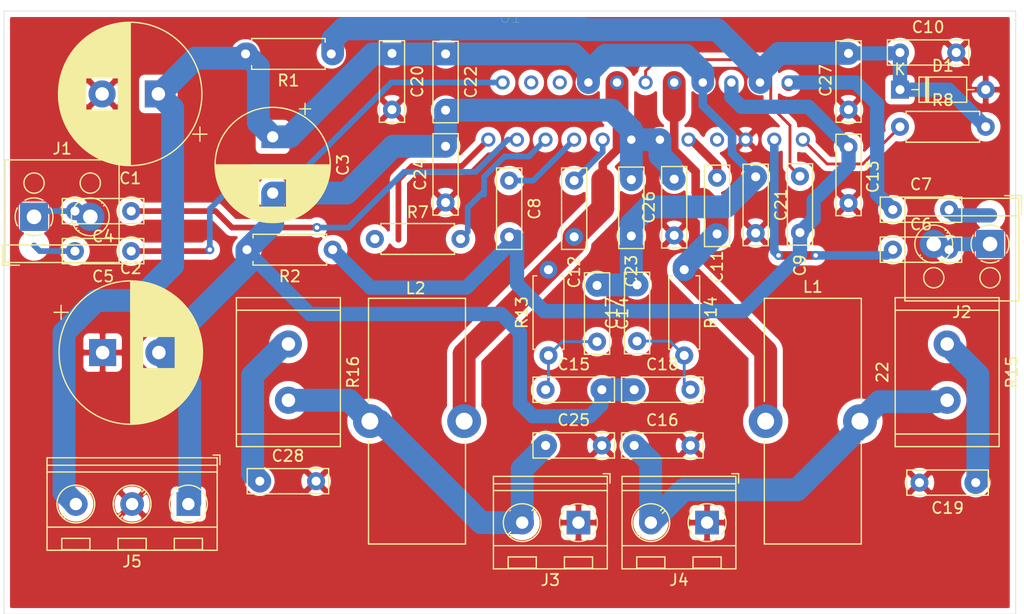
<source format=kicad_pcb>
(kicad_pcb (version 20171130) (host pcbnew "(5.1.8-0-10_14)")
  (layers (0 F.Cu signal) (31 B.Cu signal) (34 B.Paste user) (35 F.Paste user) (36 B.SilkS user) (37 F.SilkS user) (38 B.Mask user) (39 F.Mask user) (44 Edge.Cuts user))
  (net 0 "")
  (net 1 VDD)
  (net 2 VSS)
  (net 3 "Net-(C4-Pad2)")
  (net 4 "Net-(C4-Pad1)")
  (net 5 "Net-(C5-Pad2)")
  (net 6 "Net-(C5-Pad1)")
  (net 7 "Net-(C6-Pad2)")
  (net 8 "Net-(C6-Pad1)")
  (net 9 "Net-(C7-Pad2)")
  (net 10 "Net-(C7-Pad1)")
  (net 11 "Net-(C8-Pad1)")
  (net 12 "Net-(C9-Pad2)")
  (net 13 SGND)
  (net 14 "Net-(C11-Pad2)")
  (net 15 "Net-(C12-Pad1)")
  (net 16 "Net-(C14-Pad2)")
  (net 17 R_OUT)
  (net 18 "Net-(C17-Pad1)")
  (net 19 "Net-(C19-Pad1)")
  (net 20 L_OUT)
  (net 21 "Net-(C28-Pad1)")
  (net 22 MODE_CNTL)
  (net 23 "Net-(R7-Pad2)")
  (net 24 "Net-(R7-Pad1)")
  (net 25 VSSA)
  (net 26 VDDA)
  (net 27 OUT2)
  (net 28 OUT1)
  (net 29 "Net-(U1-Pad6)")
  (module TerminalBlock_RND:TerminalBlock_RND_205-00001_1x02_P5.00mm_Horizontal (layer F.Cu) (at 166.497 82.931 180)
    (fp_text reference J2 (at 2.5 -6.06) (layer F.SilkS))
    (fp_text value IN_R)
    (pad 2 thru_hole circle (at 5 0 180) (size 2.5 2.5) (drill 1.3) (layers *.Cu *.Mask) (net 7 "Net-(C6-Pad2)"))
    (pad 1 thru_hole rect (at 0 0 180) (size 2.5 2.5) (drill 1.3) (layers *.Cu *.Mask) (net 9 "Net-(C7-Pad2)"))
  )
  (module TerminalBlock_RND:TerminalBlock_RND_205-00001_1x02_P5.00mm_Horizontal (layer F.Cu) (at 81.534 80.518)
    (fp_text reference J1 (at 2.5 -6.06) (layer F.SilkS))
    (fp_text value IN_L)
    (pad 2 thru_hole circle (at 5 0) (size 2.5 2.5) (drill 1.3) (layers *.Cu *.Mask) (net 3 "Net-(C4-Pad2)"))
    (pad 1 thru_hole rect (at 0 0) (size 2.5 2.5) (drill 1.3) (layers *.Cu *.Mask) (net 5 "Net-(C5-Pad2)"))
  )
  (module TerminalBlock_RND:TerminalBlock_RND_205-00045_1x02_P5.00mm_Horizontal (layer F.Cu) (at 141.351 107.696 180)
    (fp_text reference J4 (at 2.5 -5.11) (layer F.SilkS))
    (fp_text value OUT_R)
    (pad 2 thru_hole circle (at 5 0 180) (size 2.1 2.1) (drill 1.1) (layers *.Cu *.Mask) (net 17 R_OUT))
    (pad 1 thru_hole rect (at 0 0 180) (size 2.1 2.1) (drill 1.1) (layers *.Cu *.Mask) (net 13 SGND))
  )
  (module TerminalBlock_RND:TerminalBlock_RND_205-00045_1x02_P5.00mm_Horizontal (layer F.Cu) (at 129.921 107.696 180)
    (fp_text reference J3 (at 2.5 -5.11) (layer F.SilkS))
    (fp_text value OUT_L)
    (pad 2 thru_hole circle (at 5 0 180) (size 2.1 2.1) (drill 1.1) (layers *.Cu *.Mask) (net 20 L_OUT))
    (pad 1 thru_hole rect (at 0 0 180) (size 2.1 2.1) (drill 1.1) (layers *.Cu *.Mask) (net 13 SGND))
  )
  (module TerminalBlock_RND:TerminalBlock_RND_205-00046_1x03_P5.00mm_Horizontal (layer F.Cu) (at 95.25 106.045 180)
    (fp_text reference J5 (at 5 -5.11) (layer F.SilkS))
    (fp_text value Screw_Terminal_01x03)
    (pad 3 thru_hole circle (at 10 0 180) (size 2.1 2.1) (drill 1.1) (layers *.Cu *.Mask) (net 1 VDD))
    (pad 2 thru_hole circle (at 5 0 180) (size 2.1 2.1) (drill 1.1) (layers *.Cu *.Mask) (net 13 SGND))
    (pad 1 thru_hole rect (at 0 0 180) (size 2.1 2.1) (drill 1.1) (layers *.Cu *.Mask) (net 2 VSS))
  )
  (module Capacitor_THT:CP_Radial_D12.5mm_P5.00mm (layer F.Cu) (at 92.583 69.596 180)
    (fp_text reference C1 (at 2.5 -7.5) (layer F.SilkS))
    (fp_text value 470uf)
    (pad 2 thru_hole circle (at 5 0 180) (size 2.4 2.4) (drill 1.2) (layers *.Cu *.Mask) (net 13 SGND))
    (pad 1 thru_hole rect (at 0 0 180) (size 2.4 2.4) (drill 1.2) (layers *.Cu *.Mask) (net 1 VDD))
  )
  (module Capacitor_THT:CP_Radial_D12.5mm_P5.00mm (layer F.Cu) (at 87.63 92.583)
    (fp_text reference C2 (at 2.5 -7.5) (layer F.SilkS))
    (fp_text value 470uf)
    (pad 2 thru_hole circle (at 5 0) (size 2.4 2.4) (drill 1.2) (layers *.Cu *.Mask) (net 2 VSS))
    (pad 1 thru_hole rect (at 0 0) (size 2.4 2.4) (drill 1.2) (layers *.Cu *.Mask) (net 13 SGND))
  )
  (module Resistor_THT:R_Radial_Power_L13.0mm_W9.0mm_P5.00mm (layer F.Cu) (at 104.14 91.821 270)
    (fp_text reference R16 (at 2.5 -5.75 90) (layer F.SilkS))
    (fp_text value 22)
    (pad 2 thru_hole circle (at 5 0 270) (size 2.4 2.4) (drill 1.2) (layers *.Cu *.Mask) (net 20 L_OUT))
    (pad 1 thru_hole circle (at 0 0 270) (size 2.4 2.4) (drill 1.2) (layers *.Cu *.Mask) (net 21 "Net-(C28-Pad1)"))
  )
  (module Resistor_THT:R_Radial_Power_L13.0mm_W9.0mm_P5.00mm (layer F.Cu) (at 162.687 91.821 270)
    (fp_text reference R15 (at 2.5 -5.75 90) (layer F.SilkS))
    (fp_text value 22 (at 2.5 5.75 90) (layer F.SilkS))
    (pad 2 thru_hole circle (at 5 0 270) (size 2.4 2.4) (drill 1.2) (layers *.Cu *.Mask) (net 17 R_OUT))
    (pad 1 thru_hole circle (at 0 0 270) (size 2.4 2.4) (drill 1.2) (layers *.Cu *.Mask) (net 19 "Net-(C19-Pad1)"))
  )
  (module Inductor_THT:L_Toroid_Vertical_L21.6mm_W8.4mm_P8.38mm_Pulse_G (layer F.Cu) (at 119.761 98.679 270)
    (fp_text reference L2 (at -11.811 4.318) (layer F.SilkS))
    (fp_text value 22uH)
    (pad 2 thru_hole circle (at 0 8.38 270) (size 3 3) (drill 1.5) (layers *.Cu *.Mask) (net 20 L_OUT))
    (pad 1 thru_hole circle (at 0 0 270) (size 3 3) (drill 1.5) (layers *.Cu *.Mask) (net 28 OUT1))
  )
  (module Inductor_THT:L_Toroid_Vertical_L21.6mm_W8.4mm_P8.38mm_Pulse_G (layer F.Cu) (at 146.558 98.679 90)
    (fp_text reference L1 (at 11.938 4.191) (layer F.SilkS))
    (fp_text value 22uH)
    (pad 2 thru_hole circle (at 0 8.38 90) (size 3 3) (drill 1.5) (layers *.Cu *.Mask) (net 17 R_OUT))
    (pad 1 thru_hole circle (at 0 0 90) (size 3 3) (drill 1.5) (layers *.Cu *.Mask) (net 27 OUT2))
  )
  (module Diode_THT:D_DO-35_SOD27_P7.62mm_Horizontal (layer F.Cu) (at 158.496 69.215)
    (fp_text reference D1 (at 3.81 -2.12) (layer F.SilkS))
    (fp_text value D)
    (fp_text user K (at 0 -1.8) (layer F.SilkS))
    (pad 2 thru_hole oval (at 7.62 0) (size 1.6 1.6) (drill 0.8) (layers *.Cu *.Mask) (net 13 SGND))
    (pad 1 thru_hole rect (at 0 0) (size 1.6 1.6) (drill 0.8) (layers *.Cu *.Mask) (net 26 VDDA))
  )
  (module Resistor_THT:R_Axial_DIN0207_L6.3mm_D2.5mm_P7.62mm_Horizontal (layer F.Cu) (at 158.496 72.517)
    (fp_text reference R8 (at 3.81 -2.37) (layer F.SilkS))
    (fp_text value 27k)
    (pad 2 thru_hole oval (at 7.62 0) (size 1.6 1.6) (drill 0.8) (layers *.Cu *.Mask) (net 26 VDDA))
    (pad 1 thru_hole circle (at 0 0) (size 1.6 1.6) (drill 0.8) (layers *.Cu *.Mask) (net 22 MODE_CNTL))
  )
  (module Capacitor_THT:C_Rect_L7.0mm_W2.0mm_P5.00mm (layer F.Cu) (at 158.496 65.913)
    (fp_text reference C10 (at 2.5 -2.25) (layer F.SilkS))
    (fp_text value 100nf)
    (pad 2 thru_hole circle (at 5 0) (size 1.6 1.6) (drill 0.8) (layers *.Cu *.Mask) (net 13 SGND))
    (pad 1 thru_hole circle (at 0 0) (size 1.6 1.6) (drill 0.8) (layers *.Cu *.Mask) (net 26 VDDA))
  )
  (module TDA8954J_N1_112:SOT411-1 (layer F.Cu) (at 135.89 71.12)
    (fp_text reference U1 (at -12.03125 -8.33935) (layer F.SilkS) (effects (font (size 1.00052 1.00052) (thickness 0.015))))
    (fp_text value TDA8954J_N1,112)
    (pad 22 thru_hole circle (at 12.7045 -2.5399) (size 1.258 1.258) (drill 0.75) (layers *.Cu *.Mask) (net 10 "Net-(C7-Pad1)"))
    (pad 20 thru_hole circle (at 10.1629 -2.5399) (size 1.258 1.258) (drill 0.75) (layers *.Cu *.Mask) (net 26 VDDA))
    (pad 18 thru_hole circle (at 7.6206 -2.5403) (size 1.258 1.258) (drill 0.75) (layers *.Cu *.Mask) (net 25 VSSA))
    (pad 16 thru_hole circle (at 5.0798 -2.5407) (size 1.258 1.258) (drill 0.75) (layers *.Cu *.Mask) (net 1 VDD))
    (pad 14 thru_hole circle (at 2.5387 -2.5403) (size 1.258 1.258) (drill 0.75) (layers *.Cu *.Mask) (net 27 OUT2))
    (pad 12 thru_hole circle (at -0.0029 -2.5403) (size 1.258 1.258) (drill 0.75) (layers *.Cu *.Mask) (net 12 "Net-(C9-Pad2)"))
    (pad 10 thru_hole circle (at -2.5452 -2.5407) (size 1.258 1.258) (drill 0.75) (layers *.Cu *.Mask) (net 28 OUT1))
    (pad 8 thru_hole circle (at -5.0862 -2.5403) (size 1.258 1.258) (drill 0.75) (layers *.Cu *.Mask) (net 1 VDD))
    (pad 6 thru_hole circle (at -7.6273 -2.5399) (size 1.258 1.258) (drill 0.75) (layers *.Cu *.Mask))
    (pad 4 thru_hole circle (at -10.1689 -2.5399) (size 1.258 1.258) (drill 0.75) (layers *.Cu *.Mask))
    (pad 2 thru_hole circle (at -12.7112 -2.5403) (size 1.258 1.258) (drill 0.75) (layers *.Cu *.Mask) (net 6 "Net-(C5-Pad1)"))
    (pad 23 thru_hole circle (at 13.9756 2.5397) (size 1.258 1.258) (drill 0.75) (layers *.Cu *.Mask) (net 22 MODE_CNTL))
    (pad 21 thru_hole circle (at 11.4345 2.5401) (size 1.258 1.258) (drill 0.75) (layers *.Cu *.Mask) (net 8 "Net-(C6-Pad1)"))
    (pad 19 thru_hole circle (at 8.8929 2.5401) (size 1.258 1.258) (drill 0.75) (layers *.Cu *.Mask) (net 13 SGND))
    (pad 17 thru_hole circle (at 6.3506 2.5397) (size 1.258 1.258) (drill 0.75) (layers *.Cu *.Mask))
    (pad 15 thru_hole circle (at 3.8098 2.5393) (size 1.258 1.258) (drill 0.75) (layers *.Cu *.Mask) (net 14 "Net-(C11-Pad2)"))
    (pad 13 thru_hole circle (at 1.2687 2.5397) (size 1.258 1.258) (drill 0.75) (layers *.Cu *.Mask) (net 2 VSS))
    (pad 11 thru_hole circle (at -1.2729 2.5397) (size 1.258 1.258) (drill 0.75) (layers *.Cu *.Mask) (net 2 VSS))
    (pad 9 thru_hole circle (at -3.8152 2.5393) (size 1.258 1.258) (drill 0.75) (layers *.Cu *.Mask) (net 15 "Net-(C12-Pad1)"))
    (pad 7 thru_hole circle (at -6.3562 2.5397) (size 1.258 1.258) (drill 0.75) (layers *.Cu *.Mask) (net 11 "Net-(C8-Pad1)"))
    (pad 5 thru_hole circle (at -8.8973 2.5401) (size 1.258 1.258) (drill 0.75) (layers *.Cu *.Mask) (net 23 "Net-(R7-Pad2)"))
    (pad 3 thru_hole circle (at -11.4389 2.5401) (size 1.258 1.258) (drill 0.75) (layers *.Cu *.Mask) (net 4 "Net-(C4-Pad1)"))
    (pad 1 thru_hole circle (at -13.9812 2.5397) (size 1.258 1.258) (drill 0.75) (layers *.Cu *.Mask) (net 24 "Net-(R7-Pad1)"))
  )
  (module Resistor_THT:R_Axial_DIN0207_L6.3mm_D2.5mm_P7.62mm_Horizontal (layer F.Cu) (at 139.319 85.217 270)
    (fp_text reference R14 (at 3.81 -2.37 90) (layer F.SilkS))
    (fp_text value 10)
    (pad 2 thru_hole oval (at 7.62 0 270) (size 1.6 1.6) (drill 0.8) (layers *.Cu *.Mask) (net 18 "Net-(C17-Pad1)"))
    (pad 1 thru_hole circle (at 0 0 270) (size 1.6 1.6) (drill 0.8) (layers *.Cu *.Mask) (net 27 OUT2))
  )
  (module Resistor_THT:R_Axial_DIN0207_L6.3mm_D2.5mm_P7.62mm_Horizontal (layer F.Cu) (at 127.254 92.837 90)
    (fp_text reference R13 (at 3.81 -2.37 90) (layer F.SilkS))
    (fp_text value 10)
    (pad 2 thru_hole oval (at 7.62 0 90) (size 1.6 1.6) (drill 0.8) (layers *.Cu *.Mask) (net 28 OUT1))
    (pad 1 thru_hole circle (at 0 0 90) (size 1.6 1.6) (drill 0.8) (layers *.Cu *.Mask) (net 16 "Net-(C14-Pad2)"))
  )
  (module Resistor_THT:R_Axial_DIN0207_L6.3mm_D2.5mm_P7.62mm_Horizontal (layer F.Cu) (at 111.8235 82.4865)
    (fp_text reference R7 (at 3.81 -2.37) (layer F.SilkS))
    (fp_text value 30k)
    (pad 2 thru_hole oval (at 7.62 0) (size 1.6 1.6) (drill 0.8) (layers *.Cu *.Mask) (net 23 "Net-(R7-Pad2)"))
    (pad 1 thru_hole circle (at 0 0) (size 1.6 1.6) (drill 0.8) (layers *.Cu *.Mask) (net 24 "Net-(R7-Pad1)"))
  )
  (module Resistor_THT:R_Axial_DIN0207_L6.3mm_D2.5mm_P7.62mm_Horizontal (layer F.Cu) (at 108.077 83.439 180)
    (fp_text reference R2 (at 3.81 -2.37) (layer F.SilkS))
    (fp_text value 10)
    (pad 2 thru_hole oval (at 7.62 0 180) (size 1.6 1.6) (drill 0.8) (layers *.Cu *.Mask) (net 2 VSS))
    (pad 1 thru_hole circle (at 0 0 180) (size 1.6 1.6) (drill 0.8) (layers *.Cu *.Mask) (net 25 VSSA))
  )
  (module Resistor_THT:R_Axial_DIN0207_L6.3mm_D2.5mm_P7.62mm_Horizontal (layer F.Cu) (at 107.95 66.04 180)
    (fp_text reference R1 (at 3.81 -2.37) (layer F.SilkS))
    (fp_text value 10)
    (pad 2 thru_hole oval (at 7.62 0 180) (size 1.6 1.6) (drill 0.8) (layers *.Cu *.Mask) (net 1 VDD))
    (pad 1 thru_hole circle (at 0 0 180) (size 1.6 1.6) (drill 0.8) (layers *.Cu *.Mask) (net 26 VDDA))
  )
  (module Capacitor_THT:C_Rect_L7.0mm_W2.0mm_P5.00mm (layer F.Cu) (at 101.6 104.013)
    (fp_text reference C28 (at 2.5 -2.25) (layer F.SilkS))
    (fp_text value 100nf)
    (pad 2 thru_hole circle (at 5 0) (size 1.6 1.6) (drill 0.8) (layers *.Cu *.Mask) (net 13 SGND))
    (pad 1 thru_hole circle (at 0 0) (size 1.6 1.6) (drill 0.8) (layers *.Cu *.Mask) (net 21 "Net-(C28-Pad1)"))
  )
  (module Capacitor_THT:C_Rect_L7.0mm_W2.0mm_P5.00mm (layer F.Cu) (at 153.924 65.993 270)
    (fp_text reference C27 (at 2.413 2.032 90) (layer F.SilkS))
    (fp_text value 220nf)
    (pad 2 thru_hole circle (at 5 0 270) (size 1.6 1.6) (drill 0.8) (layers *.Cu *.Mask) (net 13 SGND))
    (pad 1 thru_hole circle (at 0 0 270) (size 1.6 1.6) (drill 0.8) (layers *.Cu *.Mask) (net 26 VDDA))
  )
  (module Capacitor_THT:C_Rect_L7.0mm_W2.0mm_P5.00mm (layer F.Cu) (at 138.43 82.169 90)
    (fp_text reference C26 (at 2.5 -2.25 90) (layer F.SilkS))
    (fp_text value 100nf)
    (pad 2 thru_hole circle (at 5 0 90) (size 1.6 1.6) (drill 0.8) (layers *.Cu *.Mask) (net 2 VSS))
    (pad 1 thru_hole circle (at 0 0 90) (size 1.6 1.6) (drill 0.8) (layers *.Cu *.Mask) (net 13 SGND))
  )
  (module Capacitor_THT:C_Rect_L7.0mm_W2.0mm_P5.00mm (layer F.Cu) (at 127 100.838)
    (fp_text reference C25 (at 2.5 -2.25) (layer F.SilkS))
    (fp_text value 470nf)
    (pad 2 thru_hole circle (at 5 0) (size 1.6 1.6) (drill 0.8) (layers *.Cu *.Mask) (net 13 SGND))
    (pad 1 thru_hole circle (at 0 0) (size 1.6 1.6) (drill 0.8) (layers *.Cu *.Mask) (net 20 L_OUT))
  )
  (module Capacitor_THT:C_Rect_L7.0mm_W2.0mm_P5.00mm (layer F.Cu) (at 118.11 79.248 90)
    (fp_text reference C24 (at 2.5 -2.25 90) (layer F.SilkS))
    (fp_text value 100nf)
    (pad 2 thru_hole circle (at 5 0 90) (size 1.6 1.6) (drill 0.8) (layers *.Cu *.Mask) (net 2 VSS))
    (pad 1 thru_hole circle (at 0 0 90) (size 1.6 1.6) (drill 0.8) (layers *.Cu *.Mask) (net 13 SGND))
  )
  (module Capacitor_THT:C_Rect_L7.0mm_W2.0mm_P5.00mm (layer F.Cu) (at 134.62 77.216 270)
    (fp_text reference C23 (at 8.128 0 90) (layer F.SilkS))
    (fp_text value 100nf)
    (pad 2 thru_hole circle (at 5 0 270) (size 1.6 1.6) (drill 0.8) (layers *.Cu *.Mask) (net 1 VDD))
    (pad 1 thru_hole circle (at 0 0 270) (size 1.6 1.6) (drill 0.8) (layers *.Cu *.Mask) (net 2 VSS))
  )
  (module Capacitor_THT:C_Rect_L7.0mm_W2.0mm_P5.00mm (layer F.Cu) (at 118.11 66.04 270)
    (fp_text reference C22 (at 2.5 -2.25 90) (layer F.SilkS))
    (fp_text value 100nf)
    (pad 2 thru_hole circle (at 5 0 270) (size 1.6 1.6) (drill 0.8) (layers *.Cu *.Mask) (net 2 VSS))
    (pad 1 thru_hole circle (at 0 0 270) (size 1.6 1.6) (drill 0.8) (layers *.Cu *.Mask) (net 1 VDD))
  )
  (module Capacitor_THT:C_Rect_L7.0mm_W2.0mm_P5.00mm (layer F.Cu) (at 145.669 76.962 270)
    (fp_text reference C21 (at 2.5 -2.25 90) (layer F.SilkS))
    (fp_text value 100nf)
    (pad 2 thru_hole circle (at 5 0 270) (size 1.6 1.6) (drill 0.8) (layers *.Cu *.Mask) (net 13 SGND))
    (pad 1 thru_hole circle (at 0 0 270) (size 1.6 1.6) (drill 0.8) (layers *.Cu *.Mask) (net 1 VDD))
  )
  (module Capacitor_THT:C_Rect_L7.0mm_W2.0mm_P5.00mm (layer F.Cu) (at 113.3475 65.993 270)
    (fp_text reference C20 (at 2.5 -2.25 90) (layer F.SilkS))
    (fp_text value 100nf)
    (pad 2 thru_hole circle (at 5 0 270) (size 1.6 1.6) (drill 0.8) (layers *.Cu *.Mask) (net 13 SGND))
    (pad 1 thru_hole circle (at 0 0 270) (size 1.6 1.6) (drill 0.8) (layers *.Cu *.Mask) (net 1 VDD))
  )
  (module Capacitor_THT:C_Rect_L7.0mm_W2.0mm_P5.00mm (layer F.Cu) (at 165.227 104.14 180)
    (fp_text reference C19 (at 2.5 -2.25) (layer F.SilkS))
    (fp_text value 100nf)
    (pad 2 thru_hole circle (at 5 0 180) (size 1.6 1.6) (drill 0.8) (layers *.Cu *.Mask) (net 13 SGND))
    (pad 1 thru_hole circle (at 0 0 180) (size 1.6 1.6) (drill 0.8) (layers *.Cu *.Mask) (net 19 "Net-(C19-Pad1)"))
  )
  (module Capacitor_THT:C_Rect_L7.0mm_W2.0mm_P5.00mm (layer F.Cu) (at 134.874 95.885)
    (fp_text reference C18 (at 2.5 -2.25) (layer F.SilkS))
    (fp_text value 220pf)
    (pad 2 thru_hole circle (at 5 0) (size 1.6 1.6) (drill 0.8) (layers *.Cu *.Mask) (net 18 "Net-(C17-Pad1)"))
    (pad 1 thru_hole circle (at 0 0) (size 1.6 1.6) (drill 0.8) (layers *.Cu *.Mask) (net 2 VSS))
  )
  (module Capacitor_THT:C_Rect_L7.0mm_W2.0mm_P5.00mm (layer F.Cu) (at 135.128 91.567 90)
    (fp_text reference C17 (at 2.5 -2.25 90) (layer F.SilkS))
    (fp_text value 220pf)
    (pad 2 thru_hole circle (at 5 0 90) (size 1.6 1.6) (drill 0.8) (layers *.Cu *.Mask) (net 1 VDD))
    (pad 1 thru_hole circle (at 0 0 90) (size 1.6 1.6) (drill 0.8) (layers *.Cu *.Mask) (net 18 "Net-(C17-Pad1)"))
  )
  (module Capacitor_THT:C_Rect_L7.0mm_W2.0mm_P5.00mm (layer F.Cu) (at 134.874 100.838)
    (fp_text reference C16 (at 2.5 -2.25) (layer F.SilkS))
    (fp_text value 470nf)
    (pad 2 thru_hole circle (at 5 0) (size 1.6 1.6) (drill 0.8) (layers *.Cu *.Mask) (net 13 SGND))
    (pad 1 thru_hole circle (at 0 0) (size 1.6 1.6) (drill 0.8) (layers *.Cu *.Mask) (net 17 R_OUT))
  )
  (module Capacitor_THT:C_Rect_L7.0mm_W2.0mm_P5.00mm (layer F.Cu) (at 127 95.885)
    (fp_text reference C15 (at 2.5 -2.25) (layer F.SilkS))
    (fp_text value 220pf)
    (pad 2 thru_hole circle (at 5 0) (size 1.6 1.6) (drill 0.8) (layers *.Cu *.Mask) (net 2 VSS))
    (pad 1 thru_hole circle (at 0 0) (size 1.6 1.6) (drill 0.8) (layers *.Cu *.Mask) (net 16 "Net-(C14-Pad2)"))
  )
  (module Capacitor_THT:C_Rect_L7.0mm_W2.0mm_P5.00mm (layer F.Cu) (at 131.572 86.614 270)
    (fp_text reference C14 (at 2.5 -2.25 90) (layer F.SilkS))
    (fp_text value 220pf)
    (pad 2 thru_hole circle (at 5 0 270) (size 1.6 1.6) (drill 0.8) (layers *.Cu *.Mask) (net 16 "Net-(C14-Pad2)"))
    (pad 1 thru_hole circle (at 0 0 270) (size 1.6 1.6) (drill 0.8) (layers *.Cu *.Mask) (net 1 VDD))
  )
  (module Capacitor_THT:C_Rect_L7.0mm_W2.0mm_P5.00mm (layer F.Cu) (at 153.924 74.295 270)
    (fp_text reference C13 (at 2.667 -2.159 90) (layer F.SilkS))
    (fp_text value 220nf)
    (pad 2 thru_hole circle (at 5 0 270) (size 1.6 1.6) (drill 0.8) (layers *.Cu *.Mask) (net 13 SGND))
    (pad 1 thru_hole circle (at 0 0 270) (size 1.6 1.6) (drill 0.8) (layers *.Cu *.Mask) (net 25 VSSA))
  )
  (module Capacitor_THT:C_Rect_L7.0mm_W2.0mm_P5.00mm (layer F.Cu) (at 129.54 77.296 270)
    (fp_text reference C12 (at 8.128 0 90) (layer F.SilkS))
    (fp_text value 15nf)
    (pad 2 thru_hole circle (at 5 0 270) (size 1.6 1.6) (drill 0.8) (layers *.Cu *.Mask) (net 28 OUT1))
    (pad 1 thru_hole circle (at 0 0 270) (size 1.6 1.6) (drill 0.8) (layers *.Cu *.Mask) (net 15 "Net-(C12-Pad1)"))
  )
  (module Capacitor_THT:C_Rect_L7.0mm_W2.0mm_P5.00mm (layer F.Cu) (at 142.24 82.042 90)
    (fp_text reference C11 (at -2.921 0 90) (layer F.SilkS))
    (fp_text value 15nf)
    (pad 2 thru_hole circle (at 5 0 90) (size 1.6 1.6) (drill 0.8) (layers *.Cu *.Mask) (net 14 "Net-(C11-Pad2)"))
    (pad 1 thru_hole circle (at 0 0 90) (size 1.6 1.6) (drill 0.8) (layers *.Cu *.Mask) (net 27 OUT2))
  )
  (module Capacitor_THT:C_Rect_L7.0mm_W2.0mm_P5.00mm (layer F.Cu) (at 149.606 81.915 90)
    (fp_text reference C9 (at -2.921 0 90) (layer F.SilkS))
    (fp_text value 470nf)
    (pad 2 thru_hole circle (at 5 0 90) (size 1.6 1.6) (drill 0.8) (layers *.Cu *.Mask) (net 12 "Net-(C9-Pad2)"))
    (pad 1 thru_hole circle (at 0 0 90) (size 1.6 1.6) (drill 0.8) (layers *.Cu *.Mask) (net 25 VSSA))
  )
  (module Capacitor_THT:C_Rect_L7.0mm_W2.0mm_P5.00mm (layer F.Cu) (at 123.7615 77.296 270)
    (fp_text reference C8 (at 2.5 -2.25 90) (layer F.SilkS))
    (fp_text value C)
    (pad 2 thru_hole circle (at 5 0 270) (size 1.6 1.6) (drill 0.8) (layers *.Cu *.Mask) (net 25 VSSA))
    (pad 1 thru_hole circle (at 0 0 270) (size 1.6 1.6) (drill 0.8) (layers *.Cu *.Mask) (net 11 "Net-(C8-Pad1)"))
  )
  (module Capacitor_THT:C_Rect_L7.0mm_W2.0mm_P5.00mm (layer F.Cu) (at 157.861 79.883)
    (fp_text reference C7 (at 2.5 -2.25) (layer F.SilkS))
    (fp_text value 470nf)
    (pad 2 thru_hole circle (at 5 0) (size 1.6 1.6) (drill 0.8) (layers *.Cu *.Mask) (net 9 "Net-(C7-Pad2)"))
    (pad 1 thru_hole circle (at 0 0) (size 1.6 1.6) (drill 0.8) (layers *.Cu *.Mask) (net 10 "Net-(C7-Pad1)"))
  )
  (module Capacitor_THT:C_Rect_L7.0mm_W2.0mm_P5.00mm (layer F.Cu) (at 157.861 83.439)
    (fp_text reference C6 (at 2.5 -2.25) (layer F.SilkS))
    (fp_text value 470nf)
    (pad 2 thru_hole circle (at 5 0) (size 1.6 1.6) (drill 0.8) (layers *.Cu *.Mask) (net 7 "Net-(C6-Pad2)"))
    (pad 1 thru_hole circle (at 0 0) (size 1.6 1.6) (drill 0.8) (layers *.Cu *.Mask) (net 8 "Net-(C6-Pad1)"))
  )
  (module Capacitor_THT:C_Rect_L7.0mm_W2.0mm_P5.00mm (layer F.Cu) (at 90.17 83.566 180)
    (fp_text reference C5 (at 2.5 -2.25) (layer F.SilkS))
    (fp_text value 470nf)
    (pad 2 thru_hole circle (at 5 0 180) (size 1.6 1.6) (drill 0.8) (layers *.Cu *.Mask) (net 5 "Net-(C5-Pad2)"))
    (pad 1 thru_hole circle (at 0 0 180) (size 1.6 1.6) (drill 0.8) (layers *.Cu *.Mask) (net 6 "Net-(C5-Pad1)"))
  )
  (module Capacitor_THT:C_Rect_L7.0mm_W2.0mm_P5.00mm (layer F.Cu) (at 90.17 80.01 180)
    (fp_text reference C4 (at 2.5 -2.25) (layer F.SilkS))
    (fp_text value 470nf)
    (pad 2 thru_hole circle (at 5 0 180) (size 1.6 1.6) (drill 0.8) (layers *.Cu *.Mask) (net 3 "Net-(C4-Pad2)"))
    (pad 1 thru_hole circle (at 0 0 180) (size 1.6 1.6) (drill 0.8) (layers *.Cu *.Mask) (net 4 "Net-(C4-Pad1)"))
  )
  (module Capacitor_THT:CP_Radial_D10.0mm_P5.00mm (layer F.Cu) (at 102.743 73.406 270)
    (fp_text reference C3 (at 2.5 -6.25 90) (layer F.SilkS))
    (fp_text value 22uf)
    (pad 2 thru_hole circle (at 5 0 270) (size 2 2) (drill 1) (layers *.Cu *.Mask) (net 2 VSS))
    (pad 1 thru_hole rect (at 0 0 270) (size 2 2) (drill 1) (layers *.Cu *.Mask) (net 1 VDD))
  )
  (gr_line (start 78.867 115.824) (end 78.867 62.23) (layer Edge.Cuts) (width 0.05))
  (gr_line (start 168.783 115.824) (end 78.867 115.824) (layer Edge.Cuts) (width 0.05))
  (gr_line (start 168.783 62.23) (end 168.783 115.824) (layer Edge.Cuts) (width 0.05))
  (gr_line (start 78.867 62.23) (end 168.783 62.23) (layer Edge.Cuts) (width 0.05))
  (via (at 128.2627 68.5801) (size 0.8) (drill 0.4) (layers F.Cu B.Cu) (net 29))
  (segment (start 128.2699 68.5801) (end 128.2627 68.5801) (width 0.25) (layer F.Cu) (net 29))
  (segment (start 102.743 73.406) (end 102.997 73.406) (width 0.508) (layer F.Cu) (net 1))
  (segment (start 130.8038 68.5797) (end 130.8038 67.4308) (width 2.032) (layer B.Cu) (net 1))
  (segment (start 129.413 66.04) (end 118.11 66.04) (width 2.032) (layer B.Cu) (net 1))
  (segment (start 130.8038 67.4308) (end 129.413 66.04) (width 2.032) (layer B.Cu) (net 1))
  (segment (start 111.633 66.04) (end 118.11 66.04) (width 2.032) (layer B.Cu) (net 1))
  (segment (start 104.267 73.406) (end 111.633 66.04) (width 2.032) (layer B.Cu) (net 1))
  (segment (start 102.743 73.406) (end 104.267 73.406) (width 2.032) (layer B.Cu) (net 1))
  (segment (start 140.9698 67.68976) (end 140.9698 68.5793) (width 2.032) (layer B.Cu) (net 1))
  (segment (start 139.44704 66.167) (end 140.9698 67.68976) (width 2.032) (layer B.Cu) (net 1))
  (segment (start 132.32696 66.167) (end 139.44704 66.167) (width 2.032) (layer B.Cu) (net 1))
  (segment (start 130.8038 67.69016) (end 132.32696 66.167) (width 2.032) (layer B.Cu) (net 1))
  (segment (start 130.8038 68.5797) (end 130.8038 67.69016) (width 2.032) (layer B.Cu) (net 1))
  (segment (start 146.1768 76.9148) (end 146.177 76.915) (width 0.25) (layer F.Cu) (net 1))
  (segment (start 143.002 79.629) (end 145.669 76.962) (width 2.032) (layer B.Cu) (net 1))
  (segment (start 136.144 79.629) (end 143.002 79.629) (width 2.032) (layer B.Cu) (net 1))
  (segment (start 134.62 81.153) (end 136.144 79.629) (width 2.032) (layer B.Cu) (net 1))
  (segment (start 134.62 82.216) (end 134.62 81.153) (width 2.032) (layer B.Cu) (net 1))
  (segment (start 134.62 86.059) (end 135.128 86.567) (width 2.032) (layer B.Cu) (net 1))
  (segment (start 134.62 82.216) (end 134.62 86.059) (width 2.032) (layer B.Cu) (net 1))
  (segment (start 131.619 86.567) (end 131.572 86.614) (width 2.032) (layer B.Cu) (net 1))
  (segment (start 135.128 86.567) (end 131.619 86.567) (width 2.032) (layer B.Cu) (net 1))
  (segment (start 143.572899 74.865899) (end 145.669 76.962) (width 0.762) (layer B.Cu) (net 1))
  (segment (start 140.9698 70.598098) (end 143.572899 73.201197) (width 0.762) (layer B.Cu) (net 1))
  (segment (start 143.572899 73.201197) (end 143.572899 74.865899) (width 0.762) (layer B.Cu) (net 1))
  (segment (start 140.9698 68.5793) (end 140.9698 70.598098) (width 0.762) (layer B.Cu) (net 1))
  (segment (start 85.123 105.918) (end 85.25 106.045) (width 2.032) (layer B.Cu) (net 1))
  (segment (start 102.616 73.279) (end 102.743 73.406) (width 2.032) (layer B.Cu) (net 1))
  (segment (start 92.71 69.596) (end 92.583 69.596) (width 2.032) (layer B.Cu) (net 1))
  (segment (start 95.885 66.421) (end 92.71 69.596) (width 2.032) (layer B.Cu) (net 1))
  (segment (start 100.076 66.421) (end 95.885 66.421) (width 2.032) (layer B.Cu) (net 1))
  (segment (start 100.457 66.04) (end 100.076 66.421) (width 2.032) (layer B.Cu) (net 1))
  (segment (start 101.473 67.183) (end 100.33 66.04) (width 2.032) (layer B.Cu) (net 1))
  (segment (start 101.473 72.136) (end 101.473 67.183) (width 2.032) (layer B.Cu) (net 1))
  (segment (start 102.743 73.406) (end 101.473 72.136) (width 2.032) (layer B.Cu) (net 1))
  (segment (start 93.853 70.866) (end 92.583 69.596) (width 2.032) (layer B.Cu) (net 1))
  (segment (start 93.853 84.836) (end 93.853 70.866) (width 2.032) (layer B.Cu) (net 1))
  (segment (start 90.7415 87.9475) (end 93.853 84.836) (width 2.032) (layer B.Cu) (net 1))
  (segment (start 87.0585 87.9475) (end 90.7415 87.9475) (width 2.032) (layer B.Cu) (net 1))
  (segment (start 84.200001 90.805999) (end 87.0585 87.9475) (width 2.032) (layer B.Cu) (net 1))
  (segment (start 84.200001 104.995001) (end 84.200001 90.805999) (width 2.032) (layer B.Cu) (net 1))
  (segment (start 85.25 106.045) (end 84.200001 104.995001) (width 2.032) (layer B.Cu) (net 1))
  (segment (start 134.6171 72.77016) (end 134.6171 73.6597) (width 2.032) (layer B.Cu) (net 2))
  (segment (start 132.88694 71.04) (end 134.6171 72.77016) (width 2.032) (layer B.Cu) (net 2))
  (segment (start 118.11 71.04) (end 132.88694 71.04) (width 2.032) (layer B.Cu) (net 2))
  (segment (start 134.6171 73.6597) (end 137.1587 73.6597) (width 2.032) (layer B.Cu) (net 2))
  (segment (start 118.11 74.248) (end 118.11 71.04) (width 2.032) (layer B.Cu) (net 2))
  (segment (start 134.62 73.6626) (end 134.6171 73.6597) (width 2.032) (layer B.Cu) (net 2))
  (segment (start 134.62 77.216) (end 134.62 73.6626) (width 2.032) (layer B.Cu) (net 2))
  (segment (start 138.176 76.915) (end 138.43 77.169) (width 2.032) (layer B.Cu) (net 2))
  (segment (start 137.1587 75.0557) (end 138.176 76.073) (width 2.032) (layer B.Cu) (net 2))
  (segment (start 138.176 76.073) (end 138.176 76.915) (width 2.032) (layer B.Cu) (net 2))
  (segment (start 137.1587 73.6597) (end 137.1587 75.0557) (width 2.032) (layer B.Cu) (net 2))
  (segment (start 102.743 81.153) (end 102.743 78.406) (width 2.032) (layer B.Cu) (net 2))
  (segment (start 100.457 83.439) (end 102.743 81.153) (width 2.032) (layer B.Cu) (net 2))
  (segment (start 113.458 74.248) (end 118.11 74.248) (width 2.032) (layer B.Cu) (net 2))
  (segment (start 109.3 78.406) (end 113.458 74.248) (width 2.032) (layer B.Cu) (net 2))
  (segment (start 102.743 78.406) (end 109.3 78.406) (width 2.032) (layer B.Cu) (net 2))
  (segment (start 100.457 84.756) (end 100.457 83.439) (width 2.032) (layer B.Cu) (net 2))
  (segment (start 92.63 92.583) (end 100.457 84.756) (width 2.032) (layer B.Cu) (net 2))
  (segment (start 95.377 95.33) (end 92.63 92.583) (width 2.032) (layer B.Cu) (net 2))
  (segment (start 95.377 105.918) (end 95.377 95.33) (width 2.032) (layer B.Cu) (net 2))
  (segment (start 95.25 106.045) (end 95.377 105.918) (width 2.032) (layer B.Cu) (net 2))
  (segment (start 131.953 97.2185) (end 131.953 95.932) (width 1.27) (layer B.Cu) (net 2))
  (segment (start 130.937 98.2345) (end 131.953 97.2185) (width 1.27) (layer B.Cu) (net 2))
  (segment (start 124.714 97.0915) (end 125.857 98.2345) (width 1.27) (layer B.Cu) (net 2))
  (segment (start 123.063 89.154) (end 124.714 90.805) (width 1.27) (layer B.Cu) (net 2))
  (segment (start 106.045 89.154) (end 123.063 89.154) (width 1.27) (layer B.Cu) (net 2))
  (segment (start 125.857 98.2345) (end 130.937 98.2345) (width 1.27) (layer B.Cu) (net 2))
  (segment (start 124.714 90.805) (end 124.714 97.0915) (width 1.27) (layer B.Cu) (net 2))
  (segment (start 100.457 83.566) (end 106.045 89.154) (width 1.27) (layer B.Cu) (net 2))
  (segment (start 131.953 95.932) (end 132 95.885) (width 1.27) (layer B.Cu) (net 2))
  (segment (start 100.457 83.439) (end 100.457 83.566) (width 1.27) (layer B.Cu) (net 2))
  (segment (start 132 95.885) (end 134.874 95.885) (width 2.032) (layer B.Cu) (net 2))
  (segment (start 82.042 80.01) (end 81.534 80.518) (width 0.508) (layer B.Cu) (net 3))
  (segment (start 85.17 80.01) (end 82.042 80.01) (width 0.508) (layer B.Cu) (net 3))
  (via (at 106.68 81.4705) (size 0.8) (drill 0.4) (layers F.Cu B.Cu) (net 4))
  (segment (start 114.427 76.5175) (end 109.474 81.4705) (width 0.508) (layer B.Cu) (net 4))
  (segment (start 120.777 76.5175) (end 114.427 76.5175) (width 0.508) (layer B.Cu) (net 4))
  (segment (start 109.474 81.4705) (end 106.68 81.4705) (width 0.508) (layer B.Cu) (net 4))
  (segment (start 123.6344 73.6601) (end 120.777 76.5175) (width 0.508) (layer B.Cu) (net 4))
  (segment (start 124.4511 73.6601) (end 123.6344 73.6601) (width 0.508) (layer B.Cu) (net 4))
  (segment (start 97.663 80.01) (end 90.17 80.01) (width 0.508) (layer F.Cu) (net 4))
  (segment (start 99.1235 81.4705) (end 97.663 80.01) (width 0.508) (layer F.Cu) (net 4))
  (segment (start 106.68 81.4705) (end 99.1235 81.4705) (width 0.508) (layer F.Cu) (net 4))
  (segment (start 82.042 83.566) (end 81.534 83.058) (width 0.508) (layer B.Cu) (net 5))
  (segment (start 85.17 83.566) (end 82.042 83.566) (width 0.508) (layer B.Cu) (net 5))
  (segment (start 123.1788 68.5797) (end 114.695302 68.5797) (width 0.25) (layer B.Cu) (net 6))
  (segment (start 113.2843 68.5797) (end 109.728 72.136) (width 0.508) (layer B.Cu) (net 6))
  (segment (start 123.1788 68.5797) (end 113.2843 68.5797) (width 0.508) (layer B.Cu) (net 6))
  (segment (start 112.523997 69.340003) (end 109.728 72.136) (width 0.254) (layer B.Cu) (net 6))
  (segment (start 100.9015 76.073) (end 97.155 79.8195) (width 0.508) (layer B.Cu) (net 6))
  (segment (start 105.791 76.073) (end 100.9015 76.073) (width 0.508) (layer B.Cu) (net 6))
  (segment (start 109.728 72.136) (end 105.791 76.073) (width 0.508) (layer B.Cu) (net 6))
  (segment (start 97.155 79.8195) (end 97.155 83.439) (width 0.508) (layer B.Cu) (net 6))
  (segment (start 97.028 83.566) (end 97.155 83.439) (width 0.508) (layer F.Cu) (net 6))
  (segment (start 90.17 83.566) (end 97.028 83.566) (width 0.508) (layer F.Cu) (net 6))
  (via (at 97.155 83.439) (size 0.8) (drill 0.4) (layers F.Cu B.Cu) (net 6))
  (segment (start 163.369 82.931) (end 162.861 83.439) (width 1.27) (layer B.Cu) (net 7))
  (segment (start 166.497 82.931) (end 163.369 82.931) (width 1.27) (layer B.Cu) (net 7))
  (segment (start 157.698882 83.276882) (end 157.861 83.439) (width 0.762) (layer F.Cu) (net 8))
  (via (at 147.701 83.947) (size 0.8) (drill 0.4) (layers F.Cu B.Cu) (net 8))
  (segment (start 147.3245 83.5705) (end 147.701 83.947) (width 0.762) (layer B.Cu) (net 8))
  (segment (start 147.3245 73.6601) (end 147.3245 83.5705) (width 0.762) (layer B.Cu) (net 8))
  (via (at 151.003 83.947) (size 0.8) (drill 0.4) (layers F.Cu B.Cu) (net 8))
  (segment (start 147.701 83.947) (end 151.003 83.947) (width 0.762) (layer F.Cu) (net 8))
  (segment (start 157.353 83.947) (end 157.861 83.439) (width 0.762) (layer B.Cu) (net 8))
  (segment (start 151.003 83.947) (end 157.353 83.947) (width 0.762) (layer B.Cu) (net 8))
  (segment (start 163.369 80.391) (end 162.861 79.883) (width 1.27) (layer B.Cu) (net 9))
  (segment (start 166.497 80.391) (end 163.369 80.391) (width 1.27) (layer B.Cu) (net 9))
  (segment (start 148.5945 68.5801) (end 148.5945 68.7025) (width 1.27) (layer F.Cu) (net 10))
  (segment (start 156.464 78.486) (end 157.861 79.883) (width 1.27) (layer B.Cu) (net 10))
  (segment (start 156.464 70.485) (end 156.464 78.486) (width 1.27) (layer B.Cu) (net 10))
  (segment (start 154.5591 68.5801) (end 156.464 70.485) (width 1.27) (layer B.Cu) (net 10))
  (segment (start 148.5945 68.5801) (end 154.5591 68.5801) (width 1.27) (layer B.Cu) (net 10))
  (segment (start 125.8975 77.296) (end 124.46 77.296) (width 0.508) (layer B.Cu) (net 11))
  (segment (start 129.5338 73.6597) (end 125.8975 77.296) (width 0.508) (layer B.Cu) (net 11))
  (segment (start 148.717 76.026) (end 149.606 76.915) (width 0.254) (layer F.Cu) (net 12))
  (segment (start 148.717 72.39) (end 148.717 76.026) (width 0.254) (layer F.Cu) (net 12))
  (segment (start 147.008901 70.681901) (end 148.717 72.39) (width 0.254) (layer F.Cu) (net 12))
  (segment (start 147.008901 67.252901) (end 147.008901 70.681901) (width 0.254) (layer F.Cu) (net 12))
  (segment (start 146.304 66.548) (end 147.008901 67.252901) (width 0.254) (layer F.Cu) (net 12))
  (segment (start 136.906 66.548) (end 146.304 66.548) (width 0.254) (layer F.Cu) (net 12))
  (segment (start 135.8871 67.5669) (end 136.906 66.548) (width 0.254) (layer F.Cu) (net 12))
  (segment (start 135.8871 68.5797) (end 135.8871 67.5669) (width 0.254) (layer F.Cu) (net 12))
  (segment (start 142.24 75.946) (end 142.24 77.042) (width 0.762) (layer F.Cu) (net 14))
  (segment (start 139.9533 73.6593) (end 142.24 75.946) (width 0.762) (layer F.Cu) (net 14))
  (segment (start 139.6998 73.6593) (end 139.9533 73.6593) (width 0.762) (layer F.Cu) (net 14))
  (segment (start 132.0748 74.7612) (end 129.54 77.296) (width 0.508) (layer B.Cu) (net 15))
  (segment (start 132.0748 73.6593) (end 132.0748 74.7612) (width 0.508) (layer B.Cu) (net 15))
  (segment (start 128.477 91.614) (end 127.254 92.837) (width 0.254) (layer B.Cu) (net 16))
  (segment (start 131.572 91.614) (end 128.477 91.614) (width 0.254) (layer B.Cu) (net 16))
  (segment (start 127.254 92.837) (end 127.254 95.885) (width 0.254) (layer B.Cu) (net 16))
  (segment (start 154.938 99.189) (end 154.938 98.679) (width 2.032) (layer B.Cu) (net 17))
  (segment (start 149.352 104.775) (end 154.938 99.189) (width 2.032) (layer B.Cu) (net 17))
  (segment (start 139.272 104.775) (end 149.352 104.775) (width 2.032) (layer B.Cu) (net 17))
  (segment (start 136.351 107.696) (end 139.272 104.775) (width 2.032) (layer B.Cu) (net 17))
  (segment (start 136.3345 107.6795) (end 136.351 107.696) (width 2.032) (layer B.Cu) (net 17))
  (segment (start 136.3345 102.2985) (end 136.3345 107.6795) (width 2.032) (layer B.Cu) (net 17))
  (segment (start 134.874 100.838) (end 136.3345 102.2985) (width 2.032) (layer B.Cu) (net 17))
  (segment (start 156.669 96.948) (end 161.798 96.948) (width 2.032) (layer B.Cu) (net 17))
  (segment (start 154.938 98.679) (end 156.669 96.948) (width 2.032) (layer B.Cu) (net 17))
  (segment (start 138.049 91.567) (end 139.319 92.837) (width 0.254) (layer B.Cu) (net 18))
  (segment (start 135.128 91.567) (end 138.049 91.567) (width 0.254) (layer B.Cu) (net 18))
  (segment (start 139.319 95.838) (end 139.446 95.965) (width 0.254) (layer B.Cu) (net 18))
  (segment (start 139.319 92.837) (end 139.319 95.838) (width 0.254) (layer B.Cu) (net 18))
  (segment (start 165.4175 94.5515) (end 165.4175 103.9495) (width 2.032) (layer B.Cu) (net 19))
  (segment (start 165.4175 103.9495) (end 165.227 104.14) (width 2.032) (layer B.Cu) (net 19))
  (segment (start 162.687 91.821) (end 165.4175 94.5515) (width 2.032) (layer B.Cu) (net 19))
  (segment (start 121.285 107.696) (end 124.921 107.696) (width 2.032) (layer B.Cu) (net 20))
  (segment (start 112.268 98.679) (end 121.285 107.696) (width 2.032) (layer B.Cu) (net 20))
  (segment (start 111.381 98.679) (end 112.268 98.679) (width 2.032) (layer B.Cu) (net 20))
  (segment (start 109.523 96.821) (end 111.381 98.679) (width 2.032) (layer B.Cu) (net 20))
  (segment (start 104.14 96.821) (end 109.523 96.821) (width 2.032) (layer B.Cu) (net 20))
  (segment (start 124.921 102.917) (end 127 100.838) (width 2.032) (layer B.Cu) (net 20))
  (segment (start 124.921 107.696) (end 124.921 102.917) (width 2.032) (layer B.Cu) (net 20))
  (segment (start 100.965 103.378) (end 101.6 104.013) (width 2.032) (layer B.Cu) (net 21))
  (segment (start 103.759 91.821) (end 100.965 94.615) (width 2.032) (layer B.Cu) (net 21))
  (segment (start 100.965 94.615) (end 100.965 103.378) (width 2.032) (layer B.Cu) (net 21))
  (segment (start 104.14 91.821) (end 103.759 91.821) (width 2.032) (layer B.Cu) (net 21))
  (segment (start 152.0249 75.819) (end 149.8656 73.6597) (width 0.254) (layer F.Cu) (net 22))
  (segment (start 155.194 75.819) (end 152.0249 75.819) (width 0.254) (layer F.Cu) (net 22))
  (segment (start 158.496 72.517) (end 155.194 75.819) (width 0.254) (layer F.Cu) (net 22))
  (segment (start 121.539 78.22426) (end 121.539 78.5495) (width 0.508) (layer B.Cu) (net 23))
  (segment (start 120.0785 79.68476) (end 121.539 78.22426) (width 0.508) (layer B.Cu) (net 23))
  (segment (start 120.0785 81.8515) (end 120.0785 79.68476) (width 0.508) (layer B.Cu) (net 23))
  (segment (start 119.4435 82.4865) (end 120.0785 81.8515) (width 0.508) (layer B.Cu) (net 23))
  (segment (start 121.539 76.962) (end 121.539 78.22426) (width 0.508) (layer B.Cu) (net 23))
  (segment (start 123.35262 75.14838) (end 121.539 76.962) (width 0.508) (layer B.Cu) (net 23))
  (segment (start 125.50442 75.14838) (end 123.35262 75.14838) (width 0.508) (layer B.Cu) (net 23))
  (segment (start 126.9927 73.6601) (end 125.50442 75.14838) (width 0.508) (layer B.Cu) (net 23))
  (segment (start 121.9088 73.6597) (end 121.793 73.7755) (width 0.25) (layer F.Cu) (net 24))
  (segment (start 121.9088 73.6597) (end 119.559 76.0095) (width 0.508) (layer F.Cu) (net 24))
  (segment (start 119.559 76.0095) (end 115.1255 76.0095) (width 0.508) (layer F.Cu) (net 24))
  (segment (start 113.919 77.216) (end 113.919 82.55) (width 0.508) (layer F.Cu) (net 24))
  (segment (start 115.1255 76.0095) (end 113.919 77.216) (width 0.508) (layer F.Cu) (net 24))
  (segment (start 150.368 70.739) (end 153.924 74.295) (width 1.27) (layer B.Cu) (net 25))
  (segment (start 144.399 70.739) (end 150.368 70.739) (width 1.27) (layer B.Cu) (net 25))
  (segment (start 143.5106 69.8506) (end 144.399 70.739) (width 1.27) (layer B.Cu) (net 25))
  (segment (start 143.5106 68.5797) (end 143.5106 69.8506) (width 1.27) (layer B.Cu) (net 25))
  (segment (start 126.873 88.9) (end 124.46 86.487) (width 1.27) (layer B.Cu) (net 25))
  (segment (start 124.46 86.487) (end 124.46 82.296) (width 1.27) (layer B.Cu) (net 25))
  (segment (start 149.606 81.915) (end 149.606 83.869804) (width 1.27) (layer B.Cu) (net 25))
  (segment (start 149.606 83.869804) (end 144.575804 88.9) (width 1.27) (layer B.Cu) (net 25))
  (segment (start 144.575804 88.9) (end 126.873 88.9) (width 1.27) (layer B.Cu) (net 25))
  (segment (start 150.822009 80.698991) (end 149.606 81.915) (width 1.27) (layer B.Cu) (net 25))
  (segment (start 150.822009 79.047991) (end 150.822009 80.698991) (width 1.27) (layer B.Cu) (net 25))
  (segment (start 153.924 75.946) (end 150.822009 79.047991) (width 1.27) (layer B.Cu) (net 25))
  (segment (start 153.924 74.295) (end 153.924 75.946) (width 1.27) (layer B.Cu) (net 25))
  (segment (start 111.4425 86.8045) (end 119.9515 86.8045) (width 1.27) (layer B.Cu) (net 25))
  (segment (start 119.9515 86.8045) (end 124.46 82.296) (width 1.27) (layer B.Cu) (net 25))
  (segment (start 108.077 83.439) (end 111.4425 86.8045) (width 1.27) (layer B.Cu) (net 25))
  (segment (start 108.077 66.04) (end 108.077 64.77) (width 2.032) (layer B.Cu) (net 26))
  (segment (start 130.337528 63.80799) (end 130.410538 63.881) (width 2.032) (layer B.Cu) (net 26))
  (segment (start 109.03901 63.80799) (end 130.337528 63.80799) (width 2.032) (layer B.Cu) (net 26))
  (segment (start 108.077 64.77) (end 109.03901 63.80799) (width 2.032) (layer B.Cu) (net 26))
  (segment (start 142.24334 63.881) (end 146.0529 67.69056) (width 2.032) (layer B.Cu) (net 26))
  (segment (start 130.410538 63.881) (end 142.24334 63.881) (width 2.032) (layer B.Cu) (net 26))
  (segment (start 147.75046 65.993) (end 153.924 65.993) (width 2.032) (layer B.Cu) (net 26))
  (segment (start 146.0529 67.69056) (end 147.75046 65.993) (width 2.032) (layer B.Cu) (net 26))
  (segment (start 146.0529 68.5801) (end 146.0529 67.69056) (width 2.032) (layer B.Cu) (net 26))
  (segment (start 158.416 65.993) (end 158.496 65.913) (width 1.27) (layer B.Cu) (net 26))
  (segment (start 153.924 65.993) (end 158.416 65.993) (width 1.27) (layer B.Cu) (net 26))
  (segment (start 158.496 65.913) (end 158.496 69.215) (width 1.27) (layer B.Cu) (net 26))
  (segment (start 162.814 69.215) (end 166.116 72.517) (width 1.27) (layer B.Cu) (net 26))
  (segment (start 158.496 69.215) (end 162.814 69.215) (width 1.27) (layer B.Cu) (net 26))
  (segment (start 142.16699 82.11501) (end 142.24 82.11501) (width 2.032) (layer B.Cu) (net 27))
  (segment (start 139.319 84.963) (end 142.16699 82.11501) (width 2.032) (layer B.Cu) (net 27))
  (segment (start 139.319 85.217) (end 139.319 84.963) (width 2.032) (layer B.Cu) (net 27))
  (segment (start 138.4287 74.591188) (end 140.335 76.497488) (width 0.762) (layer F.Cu) (net 27))
  (segment (start 140.335 76.497488) (end 140.335 78.359) (width 0.762) (layer F.Cu) (net 27))
  (segment (start 146.558 92.456) (end 146.558 98.679) (width 2.032) (layer F.Cu) (net 27))
  (segment (start 139.319 85.217) (end 146.558 92.456) (width 2.032) (layer F.Cu) (net 27))
  (segment (start 138.4287 68.5797) (end 138.4287 71.1213) (width 2.032) (layer F.Cu) (net 27))
  (segment (start 138.4287 71.1213) (end 138.4287 74.591188) (width 0.762) (layer F.Cu) (net 27))
  (segment (start 142.24 80.264) (end 140.93825 78.96225) (width 2.032) (layer F.Cu) (net 27))
  (segment (start 142.24 82.042) (end 142.24 80.264) (width 2.032) (layer F.Cu) (net 27))
  (segment (start 140.335 78.359) (end 140.93825 78.96225) (width 0.762) (layer F.Cu) (net 27))
  (segment (start 133.3448 74.5542) (end 132.08 75.819) (width 0.762) (layer F.Cu) (net 28))
  (segment (start 129.54 82.931) (end 127.254 85.217) (width 2.032) (layer F.Cu) (net 28))
  (segment (start 129.54 82.296) (end 129.54 82.931) (width 2.032) (layer F.Cu) (net 28))
  (segment (start 119.761 92.71) (end 119.761 98.679) (width 2.032) (layer F.Cu) (net 28))
  (segment (start 127.254 85.217) (end 119.761 92.71) (width 2.032) (layer F.Cu) (net 28))
  (segment (start 129.54 82.296) (end 132.08 79.756) (width 2.032) (layer F.Cu) (net 28))
  (segment (start 132.08 79.756) (end 132.08 77.216) (width 2.032) (layer F.Cu) (net 28))
  (segment (start 132.08 75.819) (end 132.08 77.216) (width 0.762) (layer F.Cu) (net 28))
  (segment (start 133.3448 68.5793) (end 133.3448 71.3157) (width 2.032) (layer F.Cu) (net 28))
  (segment (start 133.3448 71.3157) (end 133.3448 74.5542) (width 0.762) (layer F.Cu) (net 28))
  (zone (net 13) (net_name SGND) (layer F.Cu) (connect_pads (clearance 0.508)) (min_thickness 0.254) (fill yes (arc_segments 32) (thermal_gap 0.508) (thermal_bridge_width 0.508))
    (polygon (pts (xy 168.81475 115.85575) (xy 78.867 115.824) (xy 78.867 62.23) (xy 168.783 62.23)))
  )
)
</source>
